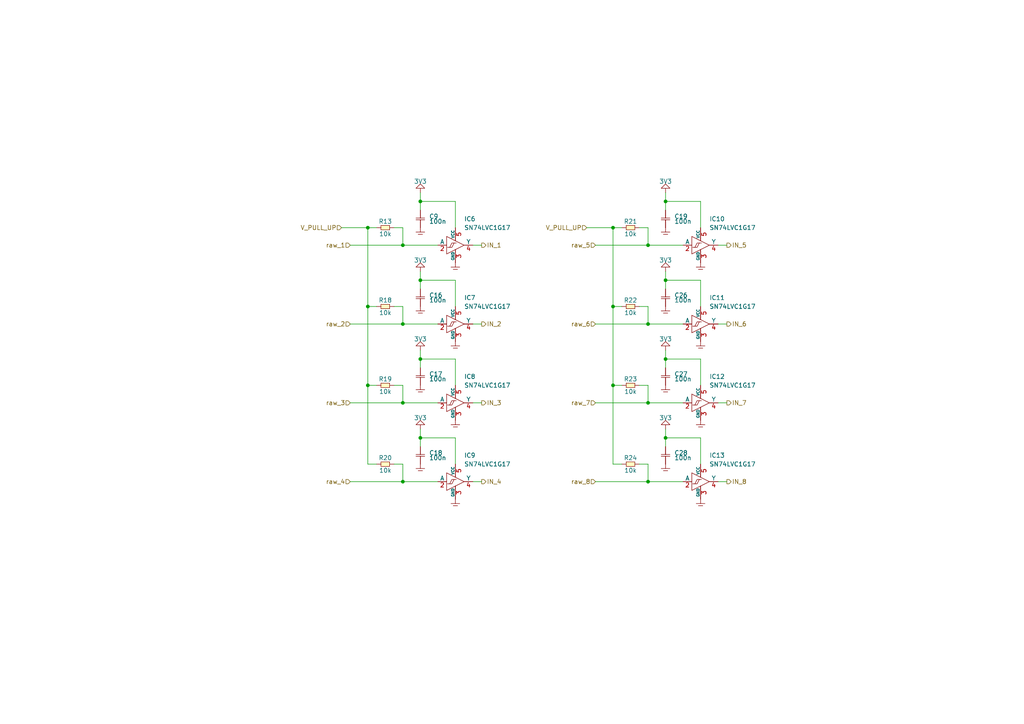
<source format=kicad_sch>
(kicad_sch (version 20230121) (generator eeschema)
  (paper "A4")
  (lib_symbols
    (symbol "generic:3V3" (power) (pin_numbers hide) (pin_names (offset 0) hide)
      (property "Value" "3V3" (at 0 3.81 0))
      (symbol "3V3_0_1"
        (polyline (pts (xy 0 0) (xy 0 1.27) (xy -1.27 1.27) (xy 0 2.54) (xy 1.27 1.27) (xy 0 1.27)))
      )
      (symbol "3V3_1_1"
        (pin power_in line (at 0 0 90) (length 2.54) hide (name "3V3") (number "~"))
      )
    )
    (symbol "generic:C" (pin_numbers hide) (pin_names (offset 0) hide)
      (property "Reference" "C" (at 2.54 0 0))
      (property "Value" "C" (at 2.54 -2.54 0))
      (symbol "C_0_1"
        (polyline (pts (xy -1.27 -0.254) (xy 1.27 -0.254)))
        (polyline (pts (xy 1.27 0.254) (xy -1.27 0.254)))
      )
      (symbol "C_1_1"
        (pin bidirectional line (at 0 2.54 270) (length 2.3114) (name "~") (number "1"))
        (pin bidirectional line (at 0 -2.54 90) (length 2.3114) (name "~") (number "2"))
      )
    )
    (symbol "generic:GND" (power) (pin_numbers hide) (pin_names (offset 0) hide)
      (symbol "GND_0_1"
        (polyline (pts (xy -1.27 -1.27) (xy 1.27 -1.27)))
        (polyline (pts (xy 0 -2.54) (xy 0 -2.54)))
        (polyline (pts (xy 0 -1.27) (xy 0 0)))
        (polyline (pts (xy 0.635 -1.905) (xy -0.635 -1.905)))
      )
      (symbol "GND_1_1"
        (pin power_in line (at 0 0 270) (length 2.54) hide (name "GND") (number "~"))
      )
    )
    (symbol "generic:R" (pin_numbers hide) (pin_names (offset 0) hide)
      (property "Reference" "R" (at 0 1.905 0))
      (property "Value" "R" (at 0 -2.54 0))
      (symbol "R_0_1"
        (rectangle (start -1.27 0.635) (end 1.27 -0.635) (fill (type background)))
      )
      (symbol "R_1_1"
        (pin bidirectional line (at -2.54 0 0) (length 1.27) (name "~") (number "1"))
        (pin bidirectional line (at 2.54 0 180) (length 1.27) (name "~") (number "2"))
      )
    )
    (symbol "logic:SN74LVC1G17" (pin_names (offset 0))
      (property "Reference" "IC" (at 2.54 7.62 0))
      (property "Value" "SN74LVC1G17" (at 2.54 5.08 0))
      (symbol "SN74LVC1G17_0_1"
        (polyline (pts (xy -2.54 2.54) (xy -2.54 -2.54) (xy 2.54 0) (xy -2.54 2.54)))
        (polyline (pts (xy -2.286 -0.635) (xy -1.651 -0.635) (xy -1.016 0.635) (xy -0.381 0.635)))
        (polyline (pts (xy -1.651 -0.635) (xy -1.016 -0.635) (xy -0.381 0.635) (xy 0.254 0.635)))
      )
      (symbol "SN74LVC1G17_1_1"
        (pin input line (at -5.08 0 0) (length 2.54) (name "A") (number "2"))
        (pin power_out line (at 0 -5.08 90) (length 3.81) (name "GND") (number "3"))
        (pin output line (at 5.08 0 180) (length 2.54) (name "Y") (number "4"))
        (pin power_in line (at 0 5.08 270) (length 3.81) (name "VCC") (number "5"))
      )
    )
  )
  (junction (at 116.84 93.98))
  (junction (at 121.92 58.42))
  (junction (at 177.8 66.04))
  (junction (at 121.92 81.28))
  (junction (at 177.8 111.76))
  (junction (at 187.96 116.84))
  (junction (at 121.92 127))
  (junction (at 106.68 88.9))
  (junction (at 106.68 111.76))
  (junction (at 187.96 93.98))
  (junction (at 187.96 71.12))
  (junction (at 193.04 104.14))
  (junction (at 187.96 139.7))
  (junction (at 116.84 116.84))
  (junction (at 121.92 104.14))
  (junction (at 193.04 81.28))
  (junction (at 193.04 58.42))
  (junction (at 116.84 71.12))
  (junction (at 106.68 66.04))
  (junction (at 193.04 127))
  (junction (at 116.84 139.7))
  (junction (at 177.8 88.9))
  (wire (pts (xy 193.04 81.28) (xy 193.04 83.82)))
  (wire (pts (xy 132.08 134.62) (xy 132.08 127)))
  (wire (pts (xy 172.72 139.7) (xy 187.96 139.7)))
  (wire (pts (xy 109.22 134.62) (xy 106.68 134.62)))
  (wire (pts (xy 210.82 116.84) (xy 208.28 116.84)))
  (wire (pts (xy 101.6 93.98) (xy 116.84 93.98)))
  (wire (pts (xy 106.68 134.62) (xy 106.68 111.76)))
  (wire (pts (xy 132.08 66.04) (xy 132.08 58.42)))
  (wire (pts (xy 180.34 88.9) (xy 177.8 88.9)))
  (wire (pts (xy 193.04 101.6) (xy 193.04 104.14)))
  (wire (pts (xy 116.84 66.04) (xy 116.84 71.12)))
  (wire (pts (xy 106.68 111.76) (xy 109.22 111.76)))
  (wire (pts (xy 121.92 78.74) (xy 121.92 81.28)))
  (wire (pts (xy 193.04 58.42) (xy 193.04 60.96)))
  (wire (pts (xy 114.3 88.9) (xy 116.84 88.9)))
  (wire (pts (xy 187.96 111.76) (xy 187.96 116.84)))
  (wire (pts (xy 193.04 58.42) (xy 203.2 58.42)))
  (wire (pts (xy 185.42 88.9) (xy 187.96 88.9)))
  (wire (pts (xy 121.92 104.14) (xy 132.08 104.14)))
  (wire (pts (xy 116.84 93.98) (xy 127 93.98)))
  (wire (pts (xy 121.92 104.14) (xy 121.92 106.68)))
  (wire (pts (xy 203.2 66.04) (xy 203.2 58.42)))
  (wire (pts (xy 187.96 134.62) (xy 187.96 139.7)))
  (wire (pts (xy 114.3 111.76) (xy 116.84 111.76)))
  (wire (pts (xy 203.2 134.62) (xy 203.2 127)))
  (wire (pts (xy 116.84 116.84) (xy 127 116.84)))
  (wire (pts (xy 101.6 139.7) (xy 116.84 139.7)))
  (wire (pts (xy 170.18 66.04) (xy 177.8 66.04)))
  (wire (pts (xy 193.04 104.14) (xy 203.2 104.14)))
  (wire (pts (xy 193.04 124.46) (xy 193.04 127)))
  (wire (pts (xy 121.92 55.88) (xy 121.92 58.42)))
  (wire (pts (xy 116.84 111.76) (xy 116.84 116.84)))
  (wire (pts (xy 177.8 88.9) (xy 177.8 66.04)))
  (wire (pts (xy 106.68 88.9) (xy 106.68 66.04)))
  (wire (pts (xy 106.68 111.76) (xy 106.68 88.9)))
  (wire (pts (xy 185.42 111.76) (xy 187.96 111.76)))
  (wire (pts (xy 132.08 88.9) (xy 132.08 81.28)))
  (wire (pts (xy 172.72 116.84) (xy 187.96 116.84)))
  (wire (pts (xy 116.84 134.62) (xy 116.84 139.7)))
  (wire (pts (xy 116.84 71.12) (xy 127 71.12)))
  (wire (pts (xy 114.3 134.62) (xy 116.84 134.62)))
  (wire (pts (xy 109.22 88.9) (xy 106.68 88.9)))
  (wire (pts (xy 139.7 93.98) (xy 137.16 93.98)))
  (wire (pts (xy 139.7 139.7) (xy 137.16 139.7)))
  (wire (pts (xy 121.92 58.42) (xy 132.08 58.42)))
  (wire (pts (xy 180.34 134.62) (xy 177.8 134.62)))
  (wire (pts (xy 121.92 127) (xy 121.92 129.54)))
  (wire (pts (xy 177.8 111.76) (xy 180.34 111.76)))
  (wire (pts (xy 116.84 139.7) (xy 127 139.7)))
  (wire (pts (xy 193.04 127) (xy 193.04 129.54)))
  (wire (pts (xy 99.06 66.04) (xy 106.68 66.04)))
  (wire (pts (xy 187.96 139.7) (xy 198.12 139.7)))
  (wire (pts (xy 210.82 93.98) (xy 208.28 93.98)))
  (wire (pts (xy 193.04 127) (xy 203.2 127)))
  (wire (pts (xy 101.6 71.12) (xy 116.84 71.12)))
  (wire (pts (xy 106.68 66.04) (xy 109.22 66.04)))
  (wire (pts (xy 114.3 66.04) (xy 116.84 66.04)))
  (wire (pts (xy 187.96 88.9) (xy 187.96 93.98)))
  (wire (pts (xy 121.92 127) (xy 132.08 127)))
  (wire (pts (xy 121.92 81.28) (xy 121.92 83.82)))
  (wire (pts (xy 203.2 111.76) (xy 203.2 104.14)))
  (wire (pts (xy 139.7 71.12) (xy 137.16 71.12)))
  (wire (pts (xy 185.42 66.04) (xy 187.96 66.04)))
  (wire (pts (xy 177.8 111.76) (xy 177.8 88.9)))
  (wire (pts (xy 210.82 139.7) (xy 208.28 139.7)))
  (wire (pts (xy 187.96 66.04) (xy 187.96 71.12)))
  (wire (pts (xy 193.04 81.28) (xy 203.2 81.28)))
  (wire (pts (xy 193.04 78.74) (xy 193.04 81.28)))
  (wire (pts (xy 187.96 116.84) (xy 198.12 116.84)))
  (wire (pts (xy 121.92 81.28) (xy 132.08 81.28)))
  (wire (pts (xy 116.84 88.9) (xy 116.84 93.98)))
  (wire (pts (xy 187.96 93.98) (xy 198.12 93.98)))
  (wire (pts (xy 121.92 124.46) (xy 121.92 127)))
  (wire (pts (xy 139.7 116.84) (xy 137.16 116.84)))
  (wire (pts (xy 177.8 66.04) (xy 180.34 66.04)))
  (wire (pts (xy 172.72 93.98) (xy 187.96 93.98)))
  (wire (pts (xy 193.04 104.14) (xy 193.04 106.68)))
  (wire (pts (xy 193.04 55.88) (xy 193.04 58.42)))
  (wire (pts (xy 177.8 134.62) (xy 177.8 111.76)))
  (wire (pts (xy 172.72 71.12) (xy 187.96 71.12)))
  (wire (pts (xy 121.92 58.42) (xy 121.92 60.96)))
  (wire (pts (xy 187.96 71.12) (xy 198.12 71.12)))
  (wire (pts (xy 121.92 101.6) (xy 121.92 104.14)))
  (wire (pts (xy 203.2 88.9) (xy 203.2 81.28)))
  (wire (pts (xy 210.82 71.12) (xy 208.28 71.12)))
  (wire (pts (xy 185.42 134.62) (xy 187.96 134.62)))
  (wire (pts (xy 132.08 111.76) (xy 132.08 104.14)))
  (wire (pts (xy 101.6 116.84) (xy 116.84 116.84)))
  (hierarchical_label "V_PULL_UP" (shape input) (at 170.18 66.04 180))
  (hierarchical_label "IN_7" (shape output) (at 210.82 116.84 0))
  (hierarchical_label "raw_5" (shape input) (at 172.72 71.12 180))
  (hierarchical_label "raw_8" (shape input) (at 172.72 139.7 180))
  (hierarchical_label "IN_5" (shape output) (at 210.82 71.12 0))
  (hierarchical_label "IN_3" (shape output) (at 139.7 116.84 0))
  (hierarchical_label "raw_3" (shape input) (at 101.6 116.84 180))
  (hierarchical_label "raw_1" (shape input) (at 101.6 71.12 180))
  (hierarchical_label "raw_4" (shape input) (at 101.6 139.7 180))
  (hierarchical_label "raw_7" (shape input) (at 172.72 116.84 180))
  (hierarchical_label "V_PULL_UP" (shape input) (at 99.06 66.04 180))
  (hierarchical_label "IN_4" (shape output) (at 139.7 139.7 0))
  (hierarchical_label "IN_2" (shape output) (at 139.7 93.98 0))
  (hierarchical_label "IN_8" (shape output) (at 210.82 139.7 0))
  (hierarchical_label "raw_2" (shape input) (at 101.6 93.98 180))
  (hierarchical_label "IN_6" (shape output) (at 210.82 93.98 0))
  (hierarchical_label "raw_6" (shape input) (at 172.72 93.98 180))
  (hierarchical_label "IN_1" (shape output) (at 139.7 71.12 0))
  (symbol (lib_id "generic:R") (at 111.76 66.04 180) (unit 1)
    (property "Reference" "R13" (at 111.76 63.5 0) (effects (justify bottom)))
    (property "Value" "10k" (at 111.76 68.58 0) (effects (justify top)))
    (property "Footprint" "SMT:0603" (effects hide))
    (instances (project "pcb" (path "" (reference "R13") (unit 1)) (path "" (reference "R25") (unit 1))))
  )
  (symbol (lib_id "generic:C") (at 193.04 86.36 180) (unit 1)
    (property "Reference" "C9" (at 195.58 86.36 0) (effects (justify right top)))
    (property "Value" "100n" (at 195.58 86.36 0) (effects (justify right bottom)))
    (property "Footprint" "SMT:0603" (effects hide))
    (instances (project "pcb" (path "" (reference "C26") (unit 1))))
  )
  (symbol (lib_id "generic:R") (at 111.76 111.76 180) (unit 1)
    (property "Reference" "R19" (at 111.76 109.22 0) (effects (justify bottom)))
    (property "Value" "10k" (at 111.76 114.3 0) (effects (justify top)))
    (property "Footprint" "SMT:0603" (effects hide))
    (instances (project "pcb" (path "" (reference "R19") (unit 1)) (path "" (reference "R25") (unit 1))))
  )
  (symbol (lib_id "generic:GND") (at 121.92 134.62 0) (unit 1)
    (property "Reference" "#GND059" (effects hide))
    (property "Value" "GND" (effects hide))
    (instances (project "pcb" (path "" (reference "#GND041") (unit 1))))
  )
  (symbol (lib_id "generic:3V3") (at 193.04 101.6 0) (unit 1)
    (property "Reference" "#3V014" (effects hide))
    (property "Value" "3V3" (at 193.04 99.06 0) (effects (justify bottom)))
    (instances (project "pcb" (path "" (reference "#3V014") (unit 1)) (path "" (reference "#3V016") (unit 1))))
  )
  (symbol (lib_id "generic:GND") (at 132.08 99.06 0) (unit 1)
    (property "Reference" "#GND023" (effects hide))
    (property "Value" "GND" (effects hide))
    (instances (project "pcb" (path "" (reference "#GND038") (unit 1))))
  )
  (symbol (lib_id "logic:SN74LVC1G17") (at 132.08 116.84 0) (unit 1)
    (property "Reference" "IC14" (at 134.62 109.22 0) (effects (justify left)))
    (property "Value" "SN74LVC1G17" (at 134.62 111.76 0) (effects (justify left)))
    (property "Footprint" "Single Schmitt-Trigger Buffer" (effects hide))
    (property "Datasheet" "https://www.ti.com/lit/ds/symlink/sn74lvc1g17.pdf" (effects hide))
    (instances (project "pcb" (path "" (reference "IC8") (unit 1))))
  )
  (symbol (lib_id "generic:GND") (at 132.08 144.78 0) (unit 1)
    (property "Reference" "#GND043" (effects hide))
    (property "Value" "GND" (effects hide))
    (instances (project "pcb" (path "" (reference "#GND042") (unit 1))))
  )
  (symbol (lib_id "generic:GND") (at 121.92 66.04 0) (unit 1)
    (property "Reference" "#GND060" (effects hide))
    (property "Value" "GND" (effects hide))
    (instances (project "pcb" (path "" (reference "#GND023") (unit 1))))
  )
  (symbol (lib_id "generic:GND") (at 132.08 76.2 0) (unit 1)
    (property "Reference" "#GND044" (effects hide))
    (property "Value" "GND" (effects hide))
    (instances (project "pcb" (path "" (reference "#GND034") (unit 1))))
  )
  (symbol (lib_id "logic:SN74LVC1G17") (at 203.2 116.84 0) (unit 1)
    (property "Reference" "IC14" (at 205.74 109.22 0) (effects (justify left)))
    (property "Value" "SN74LVC1G17" (at 205.74 111.76 0) (effects (justify left)))
    (property "Footprint" "Single Schmitt-Trigger Buffer" (effects hide))
    (property "Datasheet" "https://www.ti.com/lit/ds/symlink/sn74lvc1g17.pdf" (effects hide))
    (instances (project "pcb" (path "" (reference "IC12") (unit 1))))
  )
  (symbol (lib_id "logic:SN74LVC1G17") (at 132.08 93.98 0) (unit 1)
    (property "Reference" "IC6" (at 134.62 86.36 0) (effects (justify left)))
    (property "Value" "SN74LVC1G17" (at 134.62 88.9 0) (effects (justify left)))
    (property "Footprint" "Single Schmitt-Trigger Buffer" (effects hide))
    (property "Datasheet" "https://www.ti.com/lit/ds/symlink/sn74lvc1g17.pdf" (effects hide))
    (instances (project "pcb" (path "" (reference "IC7") (unit 1))))
  )
  (symbol (lib_id "generic:C") (at 121.92 109.22 180) (unit 1)
    (property "Reference" "C31" (at 124.46 109.22 0) (effects (justify right top)))
    (property "Value" "100n" (at 124.46 109.22 0) (effects (justify right bottom)))
    (property "Footprint" "SMT:0603" (effects hide))
    (instances (project "pcb" (path "" (reference "C17") (unit 1))))
  )
  (symbol (lib_id "generic:3V3") (at 121.92 124.46 0) (unit 1)
    (property "Reference" "#3V011" (effects hide))
    (property "Value" "3V3" (at 121.92 121.92 0) (effects (justify bottom)))
    (instances (project "pcb" (path "" (reference "#3V011") (unit 1)) (path "" (reference "#3V016") (unit 1))))
  )
  (symbol (lib_id "logic:SN74LVC1G17") (at 203.2 71.12 0) (unit 1)
    (property "Reference" "IC15" (at 205.74 63.5 0) (effects (justify left)))
    (property "Value" "SN74LVC1G17" (at 205.74 66.04 0) (effects (justify left)))
    (property "Footprint" "Single Schmitt-Trigger Buffer" (effects hide))
    (property "Datasheet" "https://www.ti.com/lit/ds/symlink/sn74lvc1g17.pdf" (effects hide))
    (instances (project "pcb" (path "" (reference "IC10") (unit 1))))
  )
  (symbol (lib_id "generic:GND") (at 193.04 66.04 0) (unit 1)
    (property "Reference" "#GND060" (effects hide))
    (property "Value" "GND" (effects hide))
    (instances (project "pcb" (path "" (reference "#GND043") (unit 1))))
  )
  (symbol (lib_id "generic:3V3") (at 193.04 55.88 0) (unit 1)
    (property "Reference" "#3V012" (effects hide))
    (property "Value" "3V3" (at 193.04 53.34 0) (effects (justify bottom)))
    (instances (project "pcb" (path "" (reference "#3V012") (unit 1)) (path "" (reference "#3V016") (unit 1))))
  )
  (symbol (lib_id "generic:R") (at 182.88 88.9 180) (unit 1)
    (property "Reference" "R22" (at 182.88 86.36 0) (effects (justify bottom)))
    (property "Value" "10k" (at 182.88 91.44 0) (effects (justify top)))
    (property "Footprint" "SMT:0603" (effects hide))
    (instances (project "pcb" (path "" (reference "R22") (unit 1)) (path "" (reference "R25") (unit 1))))
  )
  (symbol (lib_id "generic:GND") (at 193.04 134.62 0) (unit 1)
    (property "Reference" "#GND059" (effects hide))
    (property "Value" "GND" (effects hide))
    (instances (project "pcb" (path "" (reference "#GND046") (unit 1))))
  )
  (symbol (lib_id "generic:GND") (at 121.92 88.9 0) (unit 1)
    (property "Reference" "#GND051" (effects hide))
    (property "Value" "GND" (effects hide))
    (instances (project "pcb" (path "" (reference "#GND037") (unit 1))))
  )
  (symbol (lib_id "logic:SN74LVC1G17") (at 132.08 71.12 0) (unit 1)
    (property "Reference" "IC15" (at 134.62 63.5 0) (effects (justify left)))
    (property "Value" "SN74LVC1G17" (at 134.62 66.04 0) (effects (justify left)))
    (property "Footprint" "Single Schmitt-Trigger Buffer" (effects hide))
    (property "Datasheet" "https://www.ti.com/lit/ds/symlink/sn74lvc1g17.pdf" (effects hide))
    (instances (project "pcb" (path "" (reference "IC6") (unit 1))))
  )
  (symbol (lib_id "generic:GND") (at 203.2 99.06 0) (unit 1)
    (property "Reference" "#GND023" (effects hide))
    (property "Value" "GND" (effects hide))
    (instances (project "pcb" (path "" (reference "#GND048") (unit 1))))
  )
  (symbol (lib_id "generic:C") (at 121.92 132.08 180) (unit 1)
    (property "Reference" "C31" (at 124.46 132.08 0) (effects (justify right top)))
    (property "Value" "100n" (at 124.46 132.08 0) (effects (justify right bottom)))
    (property "Footprint" "SMT:0603" (effects hide))
    (instances (project "pcb" (path "" (reference "C18") (unit 1))))
  )
  (symbol (lib_id "generic:R") (at 111.76 134.62 180) (unit 1)
    (property "Reference" "R20" (at 111.76 132.08 0) (effects (justify bottom)))
    (property "Value" "10k" (at 111.76 137.16 0) (effects (justify top)))
    (property "Footprint" "SMT:0603" (effects hide))
    (instances (project "pcb" (path "" (reference "R20") (unit 1)) (path "" (reference "R25") (unit 1))))
  )
  (symbol (lib_id "logic:SN74LVC1G17") (at 203.2 93.98 0) (unit 1)
    (property "Reference" "IC6" (at 205.74 86.36 0) (effects (justify left)))
    (property "Value" "SN74LVC1G17" (at 205.74 88.9 0) (effects (justify left)))
    (property "Footprint" "Single Schmitt-Trigger Buffer" (effects hide))
    (property "Datasheet" "https://www.ti.com/lit/ds/symlink/sn74lvc1g17.pdf" (effects hide))
    (instances (project "pcb" (path "" (reference "IC11") (unit 1))))
  )
  (symbol (lib_id "generic:GND") (at 203.2 76.2 0) (unit 1)
    (property "Reference" "#GND044" (effects hide))
    (property "Value" "GND" (effects hide))
    (instances (project "pcb" (path "" (reference "#GND047") (unit 1))))
  )
  (symbol (lib_id "generic:C") (at 121.92 86.36 180) (unit 1)
    (property "Reference" "C9" (at 124.46 86.36 0) (effects (justify right top)))
    (property "Value" "100n" (at 124.46 86.36 0) (effects (justify right bottom)))
    (property "Footprint" "SMT:0603" (effects hide))
    (instances (project "pcb" (path "" (reference "C16") (unit 1))))
  )
  (symbol (lib_id "generic:3V3") (at 193.04 124.46 0) (unit 1)
    (property "Reference" "#3V015" (effects hide))
    (property "Value" "3V3" (at 193.04 121.92 0) (effects (justify bottom)))
    (instances (project "pcb" (path "" (reference "#3V015") (unit 1)) (path "" (reference "#3V016") (unit 1))))
  )
  (symbol (lib_id "generic:GND") (at 193.04 88.9 0) (unit 1)
    (property "Reference" "#GND051" (effects hide))
    (property "Value" "GND" (effects hide))
    (instances (project "pcb" (path "" (reference "#GND044") (unit 1))))
  )
  (symbol (lib_id "generic:R") (at 182.88 66.04 180) (unit 1)
    (property "Reference" "R21" (at 182.88 63.5 0) (effects (justify bottom)))
    (property "Value" "10k" (at 182.88 68.58 0) (effects (justify top)))
    (property "Footprint" "SMT:0603" (effects hide))
    (instances (project "pcb" (path "" (reference "R21") (unit 1)) (path "" (reference "R25") (unit 1))))
  )
  (symbol (lib_id "logic:SN74LVC1G17") (at 203.2 139.7 0) (unit 1)
    (property "Reference" "IC14" (at 205.74 132.08 0) (effects (justify left)))
    (property "Value" "SN74LVC1G17" (at 205.74 134.62 0) (effects (justify left)))
    (property "Footprint" "Single Schmitt-Trigger Buffer" (effects hide))
    (property "Datasheet" "https://www.ti.com/lit/ds/symlink/sn74lvc1g17.pdf" (effects hide))
    (instances (project "pcb" (path "" (reference "IC13") (unit 1))))
  )
  (symbol (lib_id "generic:C") (at 193.04 109.22 180) (unit 1)
    (property "Reference" "C31" (at 195.58 109.22 0) (effects (justify right top)))
    (property "Value" "100n" (at 195.58 109.22 0) (effects (justify right bottom)))
    (property "Footprint" "SMT:0603" (effects hide))
    (instances (project "pcb" (path "" (reference "C27") (unit 1))))
  )
  (symbol (lib_id "generic:3V3") (at 121.92 78.74 0) (unit 1)
    (property "Reference" "#3V08" (effects hide))
    (property "Value" "3V3" (at 121.92 76.2 0) (effects (justify bottom)))
    (instances (project "pcb" (path "" (reference "#3V08") (unit 1)) (path "" (reference "#3V016") (unit 1))))
  )
  (symbol (lib_id "generic:GND") (at 203.2 121.92 0) (unit 1)
    (property "Reference" "#GND043" (effects hide))
    (property "Value" "GND" (effects hide))
    (instances (project "pcb" (path "" (reference "#GND049") (unit 1))))
  )
  (symbol (lib_id "generic:3V3") (at 121.92 55.88 0) (unit 1)
    (property "Reference" "#3V09" (effects hide))
    (property "Value" "3V3" (at 121.92 53.34 0) (effects (justify bottom)))
    (instances (project "pcb" (path "" (reference "#3V09") (unit 1)) (path "" (reference "#3V016") (unit 1))))
  )
  (symbol (lib_id "generic:R") (at 111.76 88.9 180) (unit 1)
    (property "Reference" "R18" (at 111.76 86.36 0) (effects (justify bottom)))
    (property "Value" "10k" (at 111.76 91.44 0) (effects (justify top)))
    (property "Footprint" "SMT:0603" (effects hide))
    (instances (project "pcb" (path "" (reference "R18") (unit 1)) (path "" (reference "R25") (unit 1))))
  )
  (symbol (lib_id "generic:C") (at 193.04 132.08 180) (unit 1)
    (property "Reference" "C31" (at 195.58 132.08 0) (effects (justify right top)))
    (property "Value" "100n" (at 195.58 132.08 0) (effects (justify right bottom)))
    (property "Footprint" "SMT:0603" (effects hide))
    (instances (project "pcb" (path "" (reference "C28") (unit 1))))
  )
  (symbol (lib_id "generic:GND") (at 132.08 121.92 0) (unit 1)
    (property "Reference" "#GND043" (effects hide))
    (property "Value" "GND" (effects hide))
    (instances (project "pcb" (path "" (reference "#GND040") (unit 1))))
  )
  (symbol (lib_id "generic:GND") (at 203.2 144.78 0) (unit 1)
    (property "Reference" "#GND043" (effects hide))
    (property "Value" "GND" (effects hide))
    (instances (project "pcb" (path "" (reference "#GND050") (unit 1))))
  )
  (symbol (lib_id "generic:3V3") (at 121.92 101.6 0) (unit 1)
    (property "Reference" "#3V010" (effects hide))
    (property "Value" "3V3" (at 121.92 99.06 0) (effects (justify bottom)))
    (instances (project "pcb" (path "" (reference "#3V010") (unit 1)) (path "" (reference "#3V016") (unit 1))))
  )
  (symbol (lib_id "generic:GND") (at 121.92 111.76 0) (unit 1)
    (property "Reference" "#GND059" (effects hide))
    (property "Value" "GND" (effects hide))
    (instances (project "pcb" (path "" (reference "#GND039") (unit 1))))
  )
  (symbol (lib_id "generic:GND") (at 193.04 111.76 0) (unit 1)
    (property "Reference" "#GND059" (effects hide))
    (property "Value" "GND" (effects hide))
    (instances (project "pcb" (path "" (reference "#GND045") (unit 1))))
  )
  (symbol (lib_id "logic:SN74LVC1G17") (at 132.08 139.7 0) (unit 1)
    (property "Reference" "IC14" (at 134.62 132.08 0) (effects (justify left)))
    (property "Value" "SN74LVC1G17" (at 134.62 134.62 0) (effects (justify left)))
    (property "Footprint" "Single Schmitt-Trigger Buffer" (effects hide))
    (property "Datasheet" "https://www.ti.com/lit/ds/symlink/sn74lvc1g17.pdf" (effects hide))
    (instances (project "pcb" (path "" (reference "IC9") (unit 1))))
  )
  (symbol (lib_id "generic:C") (at 121.92 63.5 180) (unit 1)
    (property "Reference" "C32" (at 124.46 63.5 0) (effects (justify right top)))
    (property "Value" "100n" (at 124.46 63.5 0) (effects (justify right bottom)))
    (property "Footprint" "SMT:0603" (effects hide))
    (instances (project "pcb" (path "" (reference "C9") (unit 1))))
  )
  (symbol (lib_id "generic:3V3") (at 193.04 78.74 0) (unit 1)
    (property "Reference" "#3V013" (effects hide))
    (property "Value" "3V3" (at 193.04 76.2 0) (effects (justify bottom)))
    (instances (project "pcb" (path "" (reference "#3V013") (unit 1)) (path "" (reference "#3V016") (unit 1))))
  )
  (symbol (lib_id "generic:R") (at 182.88 134.62 180) (unit 1)
    (property "Reference" "R24" (at 182.88 132.08 0) (effects (justify bottom)))
    (property "Value" "10k" (at 182.88 137.16 0) (effects (justify top)))
    (property "Footprint" "SMT:0603" (effects hide))
    (instances (project "pcb" (path "" (reference "R24") (unit 1)) (path "" (reference "R25") (unit 1))))
  )
  (symbol (lib_id "generic:C") (at 193.04 63.5 180) (unit 1)
    (property "Reference" "C32" (at 195.58 63.5 0) (effects (justify right top)))
    (property "Value" "100n" (at 195.58 63.5 0) (effects (justify right bottom)))
    (property "Footprint" "SMT:0603" (effects hide))
    (instances (project "pcb" (path "" (reference "C19") (unit 1))))
  )
  (symbol (lib_id "generic:R") (at 182.88 111.76 180) (unit 1)
    (property "Reference" "R23" (at 182.88 109.22 0) (effects (justify bottom)))
    (property "Value" "10k" (at 182.88 114.3 0) (effects (justify top)))
    (property "Footprint" "SMT:0603" (effects hide))
    (instances (project "pcb" (path "" (reference "R23") (unit 1)) (path "" (reference "R25") (unit 1))))
  )
)
</source>
